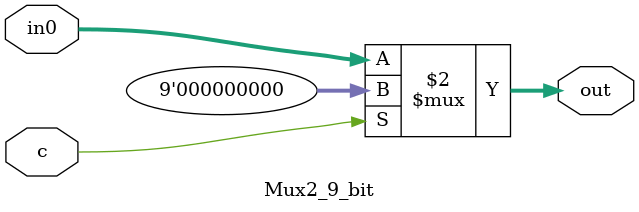
<source format=v>
module ID
(
input clk,
input rst,
input [31:0] PC,
input [31:0] Instruction,
input Hazard,
input [3:0]WB_Dest,
input [31:0]WB_value,
input WB_WB_EN,
input [31:0]Status_out,
output S,
output B,
output [3:0]EXE_CMD,
output MEM_W_EN,
output MEM_R_EN,
output WB_EN,
output [31:0]PC_out,
output [31:0]Val_Rn, 
output [31:0]Val_Rm,
output imm,
output [11:0]Shift_Operand,
output [3:0]Dest,
output [23:0]Signed_imm_24,
output Two_src,
output [3:0]Rn, 
output [3:0]src2Hazard,
output [3:0] ExecuteCommand_2_hazard_Detection_Unit
);

wire cond_out;
wire cond_not_out;
wire mux_select; // output: cond_not_out || hazard
wire [8:0]outID_CU; // all the outputs of CU
wire [8:0]outMUX_1;
wire [3:0] outMUX_2;
wire out_not_2;
wire WB_Enable_outputCU;
wire mem_read_outputCU;
wire mem_write_outputCU;
wire [3:0]ExecuteCommand_outputCU;
wire B_outputCU;
wire S_out_outputCU;

assign PC_out = PC;
assign outID_CU = {WB_Enable_outputCU, mem_read_outputCU, mem_write_outputCU, ExecuteCommand_outputCU, B_outputCU, S_out_outputCU};
assign imm = Instruction[25];
assign Shift_Operand = Instruction[11:0];
assign Signed_imm_24 = Instruction[23:0];
assign Dest = Instruction[15:12];
assign {WB_EN, MEM_R_EN, MEM_W_EN, EXE_CMD, B, S} = outMUX_1;
assign Rn = Instruction [19:16];
assign Rd = Instruction [15:12];
assign ExecuteCommand_2_hazard_Detection_Unit = ExecuteCommand_outputCU;
assign src2Hazard = outMUX_2;
reg_file RF
(
.clk(clk),
.rst(rst),
.src1(Instruction[19:16]),
.src2(outMUX_2),
.Dest_wb(WB_Dest),
.Result_WB(WB_value),
.writeBackEn(WB_WB_EN),
.reg1(Val_Rn),
.reg2(Val_Rm)
);

ID_controlUnit ID_CU
(
.mode(Instruction[27:26]),
.opcode(Instruction[24:21]),
.S(Instruction[20]),
.ExecuteCommand(ExecuteCommand_outputCU),
.mem_read(mem_read_outputCU),
.mem_write(mem_write_outputCU),
.WB_Enable(WB_Enable_outputCU),
.B(B_outputCU),
.S_out(S_out_outputCU)
);

Condition_Check cond_check
(
.N(Status_out[31]),
.Z(Status_out[30]),
.V(Status_out[28]),
.C(Status_out[29]),
.cond(Instruction[31:28]),
.out(cond_out)
);

Not_1_bit not_1 // not1
(
.in(cond_out),
.out(cond_not_out)
);

Or_1_bit or_1 //or1
(
.in1(cond_not_out),
.in2(Hazard),
.out(mux_select)
);

Mux2_9_bit mux_1 // MUX 1
(
.in0(outID_CU),
.c(mux_select),
.out(outMUX_1)
);

Mux2_4_bit mux_2 // MUX 2: select between Rd and Rm. if the instruction want to store a value, it has to read Rd from Reg file.
(
.in0(Instruction[3:0]),
.in1(Instruction[15:12]),
.c(MEM_W_EN),
.out(outMUX_2)
);

Not_1_bit not_2 //not2
(
.in(Instruction[25]),
.out(out_not_2)
);

Or_1_bit or_2 //or2
(
.in1(out_not_2),
.in2(MEM_W_EN),
.out(Two_src)
);

endmodule 

//------------------------------------//
//        Register File (sync)
//------------------------------------//

module reg_file (input clk, rst, input [3:0] src1, src2, Dest_wb, input [31:0] Result_WB, input writeBackEn, output [31:0] reg1, reg2);
reg [31:0] Reg [14:0];

assign reg1 = Reg [src1];
assign reg2 = Reg [src2];

  initial begin
    Reg[0]   = 32'b 00000000_00000000_00000000_00000000;
    Reg[1]   = 32'b 00000000_00000000_00000000_00000001;
    Reg[2]   = 32'b 00000000_00000000_00000000_00000010;
    Reg[3]   = 32'b 00000000_00000000_00000000_00000011;
    Reg[4]   = 32'b 00000000_00000000_00000000_00000100;
    Reg[5]   = 32'b 00000000_00000000_00000000_00000101;
    Reg[6]   = 32'b 00000000_00000000_00000000_00000110;
    Reg[7]   = 32'b 00000000_00000000_00000000_00000111;
    Reg[8]   = 32'b 00000000_00000000_00000000_00001000;
    Reg[9]   = 32'b 00000000_00000000_00000000_00001001;
    Reg[10]  = 32'b 00000000_00000000_00000000_00001010;
    Reg[11]  = 32'b 00000000_00000000_00000000_00001011;
    Reg[12]  = 32'b 00000000_00000000_00000000_00001100;
    Reg[13]  = 32'b 00000000_00000000_00000000_00001101;
    Reg[14]  = 32'b 00000000_00000000_00000000_00001110;
  end

always @(negedge clk) 
begin
	if (writeBackEn)
		Reg[Dest_wb] <= Result_WB;
end
endmodule

//------------------------------------//
//        CONTROL UNIT(Async)
//------------------------------------//
module ID_controlUnit 
(
input [1:0] mode,
input [3:0] opcode,
input S,
output reg [3:0] ExecuteCommand,
output reg mem_read,
output reg mem_write,
output reg WB_Enable,
output reg B,
output reg S_out
);

// opcode
parameter[3:0]  MOV = 4'b1101, MVN = 4'b1111, ADD = 4'b0100, ADC = 4'b0101, SUB = 4'b0010,
				SBC = 4'b0110, AND = 4'b0000, ORR = 4'b1100, EOR = 4'b0001, CMP = 4'b1010,
				TST = 4'b10000, LDR = 4'b0100, STR = 4'b0100;

always@(*)
begin
	case(mode)
		2'b00:
			case(opcode)
				MOV:begin ExecuteCommand=4'b0001; mem_read=1'b0; mem_write=1'b0; WB_Enable=1'b1; B=1'b0; S_out=S; end
				MVN:begin ExecuteCommand=4'b1001; mem_read=1'b0; mem_write=1'b0; WB_Enable=1'b1; B=1'b0; S_out=S; end
				ADD:begin ExecuteCommand=4'b0010; mem_read=1'b0; mem_write=1'b0; WB_Enable=1'b1; B=1'b0; S_out=S; end
				ADC:begin ExecuteCommand=4'b0011; mem_read=1'b0; mem_write=1'b0; WB_Enable=1'b1; B=1'b0; S_out=S; end
				SUB:begin ExecuteCommand=4'b0100; mem_read=1'b0; mem_write=1'b0; WB_Enable=1'b1; B=1'b0; S_out=S; end
				SBC:begin ExecuteCommand=4'b0101; mem_read=1'b0; mem_write=1'b0; WB_Enable=1'b1; B=1'b0; S_out=S; end
				AND:begin ExecuteCommand=4'b0110; mem_read=1'b0; mem_write=1'b0; WB_Enable=1'b1; B=1'b0; S_out=S; end
				ORR:begin ExecuteCommand=4'b0111; mem_read=1'b0; mem_write=1'b0; WB_Enable=1'b1; B=1'b0; S_out=S; end
				EOR:begin ExecuteCommand=4'b1000; mem_read=1'b0; mem_write=1'b0; WB_Enable=1'b1; B=1'b0; S_out=S; end
				CMP:begin ExecuteCommand=4'b0100; mem_read=1'b0; mem_write=1'b0; WB_Enable=1'b0; B=1'b0; S_out=1'b1; end
				TST:begin ExecuteCommand=4'b0110; mem_read=1'b0; mem_write=1'b0; WB_Enable=1'b0; B=1'b0; S_out=1'b1; end
				default:begin ExecuteCommand=4'b0000; mem_read=1'b0; mem_write=1'b0; WB_Enable=1'b0; B=1'b0; S_out=1'b0; end //NOP
			endcase
		2'b01:
			case(S)
				1'b1:begin ExecuteCommand=4'b0010; mem_read=1'b1; mem_write=1'b0; WB_Enable=1'b1; B=1'b0; S_out=1; end //LDR
				1'b0:begin ExecuteCommand=4'b0010; mem_read=1'b0; mem_write=1'b1; WB_Enable=1'b0; B=1'b0; S_out=0; end //STR
				default:begin ExecuteCommand=4'b0000; mem_read=1'b0; mem_write=1'b0; WB_Enable=1'b0; B=1'b0; S_out=1'b0; end //NOP
			endcase
		2'b10:begin ExecuteCommand=4'bxxxx; mem_read=1'b0; mem_write=1'b0; WB_Enable=1'b0; B=1'b1; S_out=1'b0; end //Branch
		
		default:begin ExecuteCommand=4'b0000; mem_read=1'b0; mem_write=1'b0; WB_Enable=1'b0; B=1'b0; S_out=1'b0; end //NOP
	endcase
end

endmodule


//------------------------------------//
//        CONDITION CHECK(Async)
//------------------------------------//

module Condition_Check(input N, Z, V, C, input [3:0]cond, output reg out);

always@(*)
begin
	case(cond)
		4'b0000: begin if(Z==1'b1) out=1'b1; else out=1'b0; end
		4'b0001: begin if(Z==1'b0) out=1'b1; else out=1'b0; end
		4'b0010: begin if(C==1'b1) out=1'b1; else out=1'b0; end
		4'b0011: begin if(C==1'b0) out=1'b1; else out=1'b0; end
		4'b0100: begin if(N==1'b1) out=1'b1; else out=1'b0; end
		4'b0101: begin if(N==1'b0) out=1'b1; else out=1'b0; end
		4'b0110: begin if(V==1'b1) out=1'b1; else out=1'b0; end
		4'b0111: begin if(V==1'b0) out=1'b1; else out=1'b0; end
		4'b1000: begin if(C==1'b1&&Z==1'b0) out=1'b1; else out=1'b0; end
		4'b1001: begin if(C==1'b0&&Z==1'b1) out=1'b1; else out=1'b0; end
		4'b1010: begin if(N==V) out=1'b1; else out=1'b0; end
		4'b1011: begin if(N!=V) out=1'b1; else out=1'b0; end
		4'b1100: begin if(N==V&&Z==1'b0) out=1'b1; else out=1'b0; end
		4'b1101: begin if(N!=V&&Z==1'b1) out=1'b1; else out=1'b0; end
		4'b1110: out=1'b1;
		4'b1111: out=1'b1;
		default: out=1'b1; // same as NOP, the default case happens when the cond is 4'bxxxx
	endcase
end

endmodule


//------------------------------------//
//     Combinational components
//------------------------------------//

module Not_1_bit(input in, output out);
assign out=~in;
endmodule

module Or_1_bit(input in1, in2, output out);
assign out=in1|in2;
endmodule

module Mux2_4_bit(input [3:0] in0, in1, input c, output [3:0] out);
assign out=(~c)?in0:in1;
endmodule

module Mux2_9_bit(input [8:0] in0, input c, output [8:0] out);
assign out=(~c)?in0:9'b0;
endmodule
</source>
